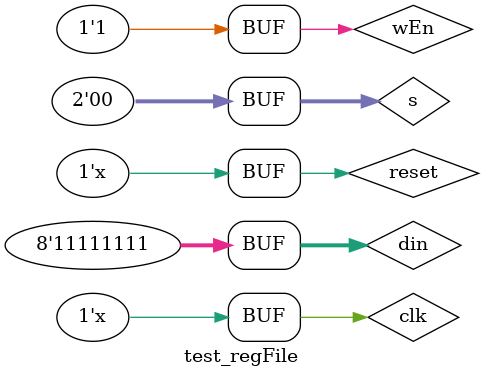
<source format=v>
module test_regFile;

reg clk,reset,wEn;
reg[1:0] s;
reg[7:0] din;
wire[7:0] dout;

regFile tregFile(clk,reset,s,wEn,din,dout);

initial begin
clk = 0;
reset = 1;
s = 0;
wEn = 1;
din = 8'b1111_1111;
end

always #10 clk = ~clk;
always #20 reset = ~reset;

endmodule
</source>
